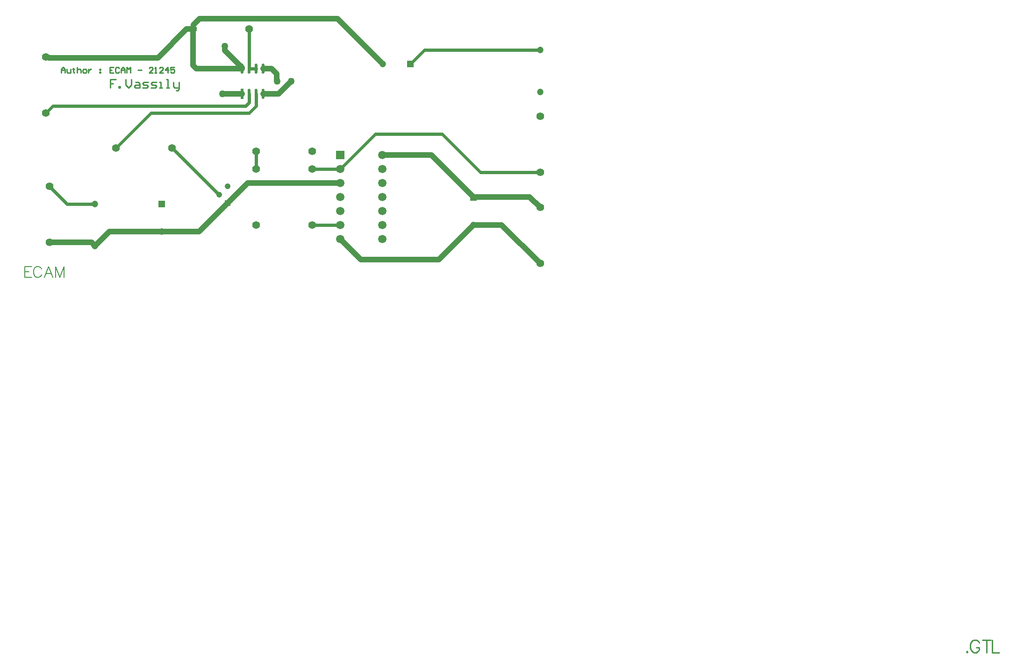
<source format=gtl>
G04*
G04 #@! TF.GenerationSoftware,Altium Limited,Altium Designer,23.11.1 (41)*
G04*
G04 Layer_Physical_Order=1*
G04 Layer_Color=255*
%FSLAX25Y25*%
%MOIN*%
G70*
G04*
G04 #@! TF.SameCoordinates,DA4C2B11-B2A6-48E5-B279-5A3AD9B65692*
G04*
G04*
G04 #@! TF.FilePolarity,Positive*
G04*
G01*
G75*
%ADD12C,0.00787*%
%ADD13C,0.01000*%
%ADD15C,0.00900*%
%ADD16R,0.02134X0.07359*%
G04:AMPARAMS|DCode=17|XSize=73.59mil|YSize=21.34mil|CornerRadius=10.67mil|HoleSize=0mil|Usage=FLASHONLY|Rotation=90.000|XOffset=0mil|YOffset=0mil|HoleType=Round|Shape=RoundedRectangle|*
%AMROUNDEDRECTD17*
21,1,0.07359,0.00000,0,0,90.0*
21,1,0.05225,0.02134,0,0,90.0*
1,1,0.02134,0.00000,0.02612*
1,1,0.02134,0.00000,-0.02612*
1,1,0.02134,0.00000,-0.02612*
1,1,0.02134,0.00000,0.02612*
%
%ADD17ROUNDEDRECTD17*%
%ADD27C,0.02400*%
%ADD28C,0.04000*%
%ADD29C,0.05512*%
%ADD30C,0.05906*%
%ADD31R,0.05906X0.05906*%
%ADD32C,0.04724*%
%ADD33R,0.04724X0.04724*%
%ADD34R,0.04724X0.04724*%
%ADD35R,0.04134X0.04134*%
%ADD36C,0.04134*%
%ADD37C,0.05000*%
D12*
X9873Y12872D02*
X5000D01*
Y5000D01*
X9873D01*
X5000Y9124D02*
X7999D01*
X16808Y10998D02*
X16434Y11748D01*
X15684Y12497D01*
X14934Y12872D01*
X13435D01*
X12685Y12497D01*
X11935Y11748D01*
X11560Y10998D01*
X11185Y9873D01*
Y7999D01*
X11560Y6874D01*
X11935Y6125D01*
X12685Y5375D01*
X13435Y5000D01*
X14934D01*
X15684Y5375D01*
X16434Y6125D01*
X16808Y6874D01*
X25018Y5000D02*
X22019Y12872D01*
X19020Y5000D01*
X20145Y7624D02*
X23894D01*
X26855Y12872D02*
Y5000D01*
Y12872D02*
X29854Y5000D01*
X32853Y12872D02*
X29854Y5000D01*
X32853Y12872D02*
Y5000D01*
D13*
X69999Y146497D02*
X66000D01*
Y143498D01*
X67999D01*
X66000D01*
Y140499D01*
X71998D02*
Y141499D01*
X72998D01*
Y140499D01*
X71998D01*
X76996Y146497D02*
Y142499D01*
X78996Y140499D01*
X80995Y142499D01*
Y146497D01*
X83994Y144498D02*
X85993D01*
X86993Y143498D01*
Y140499D01*
X83994D01*
X82995Y141499D01*
X83994Y142499D01*
X86993D01*
X88993Y140499D02*
X91992D01*
X92991Y141499D01*
X91992Y142499D01*
X89992D01*
X88993Y143498D01*
X89992Y144498D01*
X92991D01*
X94991Y140499D02*
X97990D01*
X98989Y141499D01*
X97990Y142499D01*
X95990D01*
X94991Y143498D01*
X95990Y144498D01*
X98989D01*
X100989Y140499D02*
X102988D01*
X101988D01*
Y144498D01*
X100989D01*
X105987Y140499D02*
X107986D01*
X106987D01*
Y146497D01*
X105987D01*
X110985Y144498D02*
Y141499D01*
X111985Y140499D01*
X114984D01*
Y139500D01*
X113985Y138500D01*
X112985D01*
X114984Y140499D02*
Y144498D01*
X31000Y151000D02*
Y153666D01*
X32333Y154999D01*
X33666Y153666D01*
Y151000D01*
Y152999D01*
X31000D01*
X34999Y153666D02*
Y151666D01*
X35665Y151000D01*
X37664D01*
Y153666D01*
X39664Y154332D02*
Y153666D01*
X38997D01*
X40330D01*
X39664D01*
Y151666D01*
X40330Y151000D01*
X42330Y154999D02*
Y151000D01*
Y152999D01*
X42996Y153666D01*
X44329D01*
X44995Y152999D01*
Y151000D01*
X46995D02*
X48328D01*
X48994Y151666D01*
Y152999D01*
X48328Y153666D01*
X46995D01*
X46328Y152999D01*
Y151666D01*
X46995Y151000D01*
X50327Y153666D02*
Y151000D01*
Y152333D01*
X50994Y152999D01*
X51660Y153666D01*
X52326D01*
X58324D02*
X58991D01*
Y152999D01*
X58324D01*
Y153666D01*
Y151666D02*
X58991D01*
Y151000D01*
X58324D01*
Y151666D01*
X68321Y154999D02*
X65655D01*
Y151000D01*
X68321D01*
X65655Y152999D02*
X66988D01*
X72320Y154332D02*
X71653Y154999D01*
X70321D01*
X69654Y154332D01*
Y151666D01*
X70321Y151000D01*
X71653D01*
X72320Y151666D01*
X73653Y151000D02*
Y153666D01*
X74986Y154999D01*
X76319Y153666D01*
Y151000D01*
Y152999D01*
X73653D01*
X77652Y151000D02*
Y154999D01*
X78984Y153666D01*
X80317Y154999D01*
Y151000D01*
X85649Y152999D02*
X88315D01*
X96312Y151000D02*
X93647D01*
X96312Y153666D01*
Y154332D01*
X95646Y154999D01*
X94313D01*
X93647Y154332D01*
X97645Y151000D02*
X98978D01*
X98312D01*
Y154999D01*
X97645Y154332D01*
X103643Y151000D02*
X100977D01*
X103643Y153666D01*
Y154332D01*
X102977Y154999D01*
X101644D01*
X100977Y154332D01*
X106975Y151000D02*
Y154999D01*
X104976Y152999D01*
X107642D01*
X111641Y154999D02*
X108975D01*
Y152999D01*
X110308Y153666D01*
X110974D01*
X111641Y152999D01*
Y151666D01*
X110974Y151000D01*
X109641D01*
X108975Y151666D01*
D15*
X676828Y-261943D02*
X676400Y-262371D01*
X676828Y-262800D01*
X677257Y-262371D01*
X676828Y-261943D01*
X685655Y-255944D02*
X685227Y-255087D01*
X684370Y-254230D01*
X683513Y-253802D01*
X681799D01*
X680942Y-254230D01*
X680085Y-255087D01*
X679657Y-255944D01*
X679228Y-257230D01*
Y-259372D01*
X679657Y-260658D01*
X680085Y-261515D01*
X680942Y-262371D01*
X681799Y-262800D01*
X683513D01*
X684370Y-262371D01*
X685227Y-261515D01*
X685655Y-260658D01*
Y-259372D01*
X683513D02*
X685655D01*
X690711Y-253802D02*
Y-262800D01*
X687712Y-253802D02*
X693711D01*
X694782D02*
Y-262800D01*
X699924D01*
D16*
X160000Y135891D02*
D03*
D17*
X165000D02*
D03*
X170000D02*
D03*
X175000D02*
D03*
Y154109D02*
D03*
X170000D02*
D03*
X165000D02*
D03*
X160000D02*
D03*
D27*
X170000Y85000D02*
Y95000D01*
X110000Y97500D02*
X143500Y64000D01*
X255000Y107500D02*
X302500D01*
X330000Y80000D01*
X230000Y82500D02*
X255000Y107500D01*
X330000Y80000D02*
X372500D01*
X280000Y157500D02*
X290000Y167500D01*
X210000Y42500D02*
X230000D01*
X210000Y82500D02*
X230000D01*
X170000Y127500D02*
Y135891D01*
X165000Y122500D02*
X170000Y127500D01*
X95000Y122500D02*
X165000D01*
X70000Y97500D02*
X95000Y122500D01*
X290000Y167500D02*
X372500Y167500D01*
X22500Y70000D02*
X35000Y57500D01*
X55000D01*
X165000Y130000D02*
Y135891D01*
X162500Y127500D02*
X165000Y130000D01*
X20000Y122500D02*
X25000Y127500D01*
X162500D01*
X165000Y154100D02*
Y154109D01*
Y182500D01*
Y154100D02*
X170000D01*
Y154109D01*
D28*
X129157Y37657D02*
X164000Y72500D01*
X230000D01*
X102500Y37657D02*
X129157D01*
X65158D02*
X102500D01*
X147691Y167164D02*
Y169809D01*
X147500Y170000D02*
X147691Y169809D01*
Y167164D02*
X160000Y154855D01*
X20000Y162500D02*
X20289Y162211D01*
X21358D02*
X21726Y161843D01*
X99913D02*
X120281Y182211D01*
X20289Y162211D02*
X21358D01*
X21726Y161843D02*
X99913D01*
X55000Y27500D02*
X65158Y37657D01*
X300300Y17800D02*
X325000Y42500D01*
X345000D01*
X244700Y17800D02*
X300300D01*
X345000Y42500D02*
X372500Y15000D01*
X324638Y62547D02*
X324685Y62500D01*
X295000Y92500D02*
X324638Y62862D01*
X260000Y92500D02*
X295000D01*
X365000Y62500D02*
X372500Y55000D01*
X324685Y62500D02*
X365000D01*
X324638Y62547D02*
Y62862D01*
X227958Y189700D02*
X260157Y157500D01*
X125000Y156452D02*
Y182500D01*
Y156452D02*
X127343Y154109D01*
X160000D01*
X120281Y182211D02*
X124711D01*
X125000Y182500D01*
X125289Y185289D02*
X129700Y189700D01*
X227958D01*
X175000Y135891D02*
X185891D01*
X195000Y145000D01*
X160000Y154109D02*
Y154855D01*
X52500Y30000D02*
X55000Y27500D01*
X22500Y30000D02*
X52500D01*
X230000Y32500D02*
X244700Y17800D01*
X175000Y154109D02*
X180891D01*
X184500Y150500D01*
Y145500D02*
Y150500D01*
Y145500D02*
X185000Y145000D01*
X145891Y135891D02*
X160000D01*
D29*
X170000Y42500D02*
D03*
Y82500D02*
D03*
X210000Y42500D02*
D03*
Y82500D02*
D03*
Y95000D02*
D03*
X170000D02*
D03*
X70000Y97500D02*
D03*
X110000D02*
D03*
X20000Y162500D02*
D03*
X372500Y120000D02*
D03*
Y80000D02*
D03*
X165000Y182500D02*
D03*
X125000D02*
D03*
X22500Y30000D02*
D03*
Y70000D02*
D03*
X20000Y122500D02*
D03*
X372500Y55000D02*
D03*
Y15000D02*
D03*
D30*
X260000Y32500D02*
D03*
Y42500D02*
D03*
Y52500D02*
D03*
Y62500D02*
D03*
Y72500D02*
D03*
Y82500D02*
D03*
Y92500D02*
D03*
X230000Y32500D02*
D03*
Y42500D02*
D03*
Y52500D02*
D03*
Y62500D02*
D03*
Y72500D02*
D03*
Y82500D02*
D03*
D31*
Y92500D02*
D03*
D32*
X102500Y37657D02*
D03*
X325000Y42500D02*
D03*
X260157Y157500D02*
D03*
X372500Y167500D02*
D03*
Y137500D02*
D03*
X55000Y57500D02*
D03*
Y27500D02*
D03*
D33*
X102500Y57342D02*
D03*
X325000Y62185D02*
D03*
D34*
X279842Y157500D02*
D03*
D35*
X149500Y58000D02*
D03*
D36*
Y70000D02*
D03*
X143500Y64000D02*
D03*
D37*
X147500Y170000D02*
D03*
X195000Y145000D02*
D03*
X185000D02*
D03*
X145891Y135891D02*
D03*
M02*

</source>
